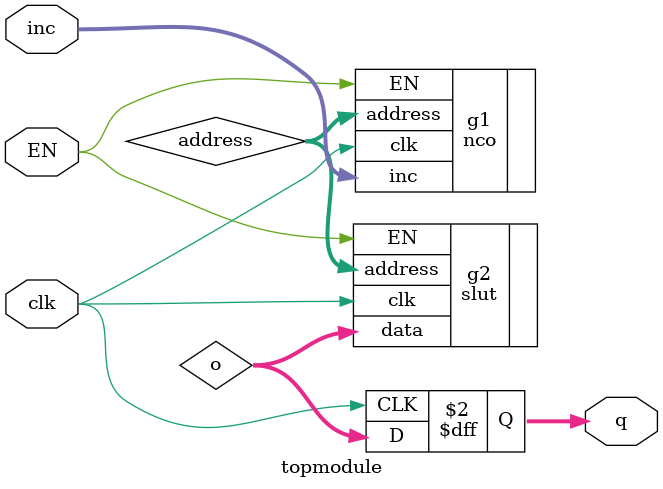
<source format=v>
`timescale 1ns / 1ps
module topmodule(q,EN,clk,inc);
output reg [31:0] q;
input EN,clk;
input [1:0] inc;
wire [1:0] address;
wire [31:0] o;
nco g1(.EN(EN),.clk(clk),.inc(inc),.address(address));
slut g2(.EN(EN),.clk(clk),.address(address),.data(o));
always @(posedge clk) begin
	q<=o;
end
endmodule

</source>
